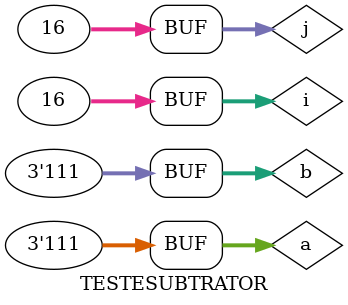
<source format=v>
module MEIADIFERENCA(diferenca,sinal,a,b);
output diferenca,sinal;
input a,b;
wire temp1;

xor XOR1 (diferenca,a,b);
not NOT1 (temp1,a);
and AND1 (sinal,temp1,b);

 endmodule


module DIFERENCACOMPLETA (diferenca,sinal,a,b,c);
output diferenca,sinal;
input a,b,c;
wire temp1,temp2,temp3;

MEIADIFERENCA MEIADIFERENCA1(temp1,temp2,a,b);
MEIADIFERENCA MEIADIFERENCA2 (diferenca,temp3,c,temp1);
or OR1 (sinal,temp2,temp3);


 endmodule


module DIFERENCACOMPLETA3BITS(diferenca,sinal,a,b);

output [2:0]diferenca;
output sinal;
input [2:0]a,b;
wire sinal1,sinal2;

MEIADIFERENCA MEIADIFERENCA1 (diferenca[0],sinal1,a[0],b[0]);
DIFERENCACOMPLETA DIFERENCACOMPLETA1 ( diferenca[1],sinal2,a[1],b[1],sinal1);
DIFERENCACOMPLETA DIFERENCACOMPLETA2 (diferenca[2],sinal,a[2],b[2],sinal2);

 endmodule


module TESTESUBTRATOR;
reg [2:0]a,b;
wire [2:0]diferenca;
wire sinal;
integer i,j;

DIFERENCACOMPLETA3BITS DIFERENCACOMPLETA3BITS1(diferenca,sinal,a,b);

initial begin: start
		a=0; b=0;
end

	
initial begin:main

		#1 $display (" Larissa Fernandes Leijoto - 410476 ");
		#1 $display (" a | b | sinal | Diferenca");
		$monitor (" %b | %b |   %b       |  %b",a,b,sinal,diferenca);


		for( i=0; i<=15; i = i+1 )
		begin
			a = i;
			for ( j=0; j<=15; j = j+1 )
			begin
				#1 b = j;
			end
		end

	end
     endmodule


</source>
